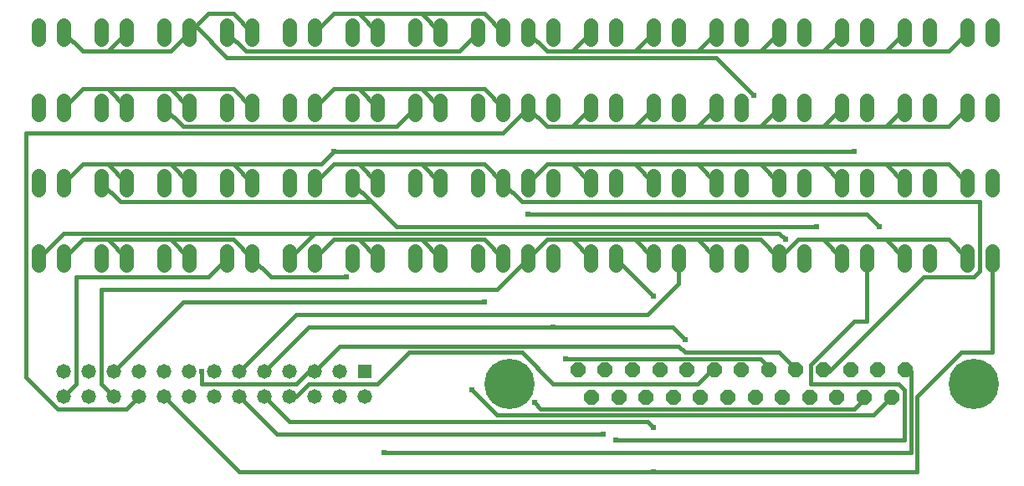
<source format=gbl>
G75*
%MOIN*%
%OFA0B0*%
%FSLAX25Y25*%
%IPPOS*%
%LPD*%
%AMOC8*
5,1,8,0,0,1.08239X$1,22.5*
%
%ADD10C,0.05600*%
%ADD11OC8,0.06000*%
%ADD12C,0.20000*%
%ADD13R,0.05800X0.05800*%
%ADD14C,0.05800*%
%ADD15C,0.01500*%
%ADD16C,0.02400*%
D10*
X0011800Y0119000D02*
X0011800Y0124600D01*
X0021800Y0124600D02*
X0021800Y0119000D01*
X0036800Y0119000D02*
X0036800Y0124600D01*
X0046800Y0124600D02*
X0046800Y0119000D01*
X0061800Y0119000D02*
X0061800Y0124600D01*
X0071800Y0124600D02*
X0071800Y0119000D01*
X0086800Y0119000D02*
X0086800Y0124600D01*
X0096800Y0124600D02*
X0096800Y0119000D01*
X0111800Y0119000D02*
X0111800Y0124600D01*
X0121800Y0124600D02*
X0121800Y0119000D01*
X0136800Y0119000D02*
X0136800Y0124600D01*
X0146800Y0124600D02*
X0146800Y0119000D01*
X0161800Y0119000D02*
X0161800Y0124600D01*
X0171800Y0124600D02*
X0171800Y0119000D01*
X0186800Y0119000D02*
X0186800Y0124600D01*
X0196800Y0124600D02*
X0196800Y0119000D01*
X0206800Y0119000D02*
X0206800Y0124600D01*
X0216800Y0124600D02*
X0216800Y0119000D01*
X0231800Y0119000D02*
X0231800Y0124600D01*
X0241800Y0124600D02*
X0241800Y0119000D01*
X0256800Y0119000D02*
X0256800Y0124600D01*
X0266800Y0124600D02*
X0266800Y0119000D01*
X0281800Y0119000D02*
X0281800Y0124600D01*
X0291800Y0124600D02*
X0291800Y0119000D01*
X0306800Y0119000D02*
X0306800Y0124600D01*
X0316800Y0124600D02*
X0316800Y0119000D01*
X0331800Y0119000D02*
X0331800Y0124600D01*
X0341800Y0124600D02*
X0341800Y0119000D01*
X0356800Y0119000D02*
X0356800Y0124600D01*
X0366800Y0124600D02*
X0366800Y0119000D01*
X0381800Y0119000D02*
X0381800Y0124600D01*
X0391800Y0124600D02*
X0391800Y0119000D01*
X0391800Y0149000D02*
X0391800Y0154600D01*
X0381800Y0154600D02*
X0381800Y0149000D01*
X0366800Y0149000D02*
X0366800Y0154600D01*
X0356800Y0154600D02*
X0356800Y0149000D01*
X0341800Y0149000D02*
X0341800Y0154600D01*
X0331800Y0154600D02*
X0331800Y0149000D01*
X0316800Y0149000D02*
X0316800Y0154600D01*
X0306800Y0154600D02*
X0306800Y0149000D01*
X0291800Y0149000D02*
X0291800Y0154600D01*
X0281800Y0154600D02*
X0281800Y0149000D01*
X0266800Y0149000D02*
X0266800Y0154600D01*
X0256800Y0154600D02*
X0256800Y0149000D01*
X0241800Y0149000D02*
X0241800Y0154600D01*
X0231800Y0154600D02*
X0231800Y0149000D01*
X0216800Y0149000D02*
X0216800Y0154600D01*
X0206800Y0154600D02*
X0206800Y0149000D01*
X0196800Y0149000D02*
X0196800Y0154600D01*
X0186800Y0154600D02*
X0186800Y0149000D01*
X0171800Y0149000D02*
X0171800Y0154600D01*
X0161800Y0154600D02*
X0161800Y0149000D01*
X0146800Y0149000D02*
X0146800Y0154600D01*
X0136800Y0154600D02*
X0136800Y0149000D01*
X0121800Y0149000D02*
X0121800Y0154600D01*
X0111800Y0154600D02*
X0111800Y0149000D01*
X0096800Y0149000D02*
X0096800Y0154600D01*
X0086800Y0154600D02*
X0086800Y0149000D01*
X0071800Y0149000D02*
X0071800Y0154600D01*
X0061800Y0154600D02*
X0061800Y0149000D01*
X0046800Y0149000D02*
X0046800Y0154600D01*
X0036800Y0154600D02*
X0036800Y0149000D01*
X0021800Y0149000D02*
X0021800Y0154600D01*
X0011800Y0154600D02*
X0011800Y0149000D01*
X0011800Y0179000D02*
X0011800Y0184600D01*
X0021800Y0184600D02*
X0021800Y0179000D01*
X0036800Y0179000D02*
X0036800Y0184600D01*
X0046800Y0184600D02*
X0046800Y0179000D01*
X0061800Y0179000D02*
X0061800Y0184600D01*
X0071800Y0184600D02*
X0071800Y0179000D01*
X0086800Y0179000D02*
X0086800Y0184600D01*
X0096800Y0184600D02*
X0096800Y0179000D01*
X0111800Y0179000D02*
X0111800Y0184600D01*
X0121800Y0184600D02*
X0121800Y0179000D01*
X0136800Y0179000D02*
X0136800Y0184600D01*
X0146800Y0184600D02*
X0146800Y0179000D01*
X0161800Y0179000D02*
X0161800Y0184600D01*
X0171800Y0184600D02*
X0171800Y0179000D01*
X0186800Y0179000D02*
X0186800Y0184600D01*
X0196800Y0184600D02*
X0196800Y0179000D01*
X0206800Y0179000D02*
X0206800Y0184600D01*
X0216800Y0184600D02*
X0216800Y0179000D01*
X0231800Y0179000D02*
X0231800Y0184600D01*
X0241800Y0184600D02*
X0241800Y0179000D01*
X0256800Y0179000D02*
X0256800Y0184600D01*
X0266800Y0184600D02*
X0266800Y0179000D01*
X0281800Y0179000D02*
X0281800Y0184600D01*
X0291800Y0184600D02*
X0291800Y0179000D01*
X0306800Y0179000D02*
X0306800Y0184600D01*
X0316800Y0184600D02*
X0316800Y0179000D01*
X0331800Y0179000D02*
X0331800Y0184600D01*
X0341800Y0184600D02*
X0341800Y0179000D01*
X0356800Y0179000D02*
X0356800Y0184600D01*
X0366800Y0184600D02*
X0366800Y0179000D01*
X0381800Y0179000D02*
X0381800Y0184600D01*
X0391800Y0184600D02*
X0391800Y0179000D01*
X0391800Y0209000D02*
X0391800Y0214600D01*
X0381800Y0214600D02*
X0381800Y0209000D01*
X0366800Y0209000D02*
X0366800Y0214600D01*
X0356800Y0214600D02*
X0356800Y0209000D01*
X0341800Y0209000D02*
X0341800Y0214600D01*
X0331800Y0214600D02*
X0331800Y0209000D01*
X0316800Y0209000D02*
X0316800Y0214600D01*
X0306800Y0214600D02*
X0306800Y0209000D01*
X0291800Y0209000D02*
X0291800Y0214600D01*
X0281800Y0214600D02*
X0281800Y0209000D01*
X0266800Y0209000D02*
X0266800Y0214600D01*
X0256800Y0214600D02*
X0256800Y0209000D01*
X0241800Y0209000D02*
X0241800Y0214600D01*
X0231800Y0214600D02*
X0231800Y0209000D01*
X0216800Y0209000D02*
X0216800Y0214600D01*
X0206800Y0214600D02*
X0206800Y0209000D01*
X0196800Y0209000D02*
X0196800Y0214600D01*
X0186800Y0214600D02*
X0186800Y0209000D01*
X0171800Y0209000D02*
X0171800Y0214600D01*
X0161800Y0214600D02*
X0161800Y0209000D01*
X0146800Y0209000D02*
X0146800Y0214600D01*
X0136800Y0214600D02*
X0136800Y0209000D01*
X0121800Y0209000D02*
X0121800Y0214600D01*
X0111800Y0214600D02*
X0111800Y0209000D01*
X0096800Y0209000D02*
X0096800Y0214600D01*
X0086800Y0214600D02*
X0086800Y0209000D01*
X0071800Y0209000D02*
X0071800Y0214600D01*
X0061800Y0214600D02*
X0061800Y0209000D01*
X0046800Y0209000D02*
X0046800Y0214600D01*
X0036800Y0214600D02*
X0036800Y0209000D01*
X0021800Y0209000D02*
X0021800Y0214600D01*
X0011800Y0214600D02*
X0011800Y0209000D01*
D11*
X0226600Y0077400D03*
X0237500Y0077400D03*
X0248300Y0077400D03*
X0259200Y0077400D03*
X0270100Y0077400D03*
X0280900Y0077400D03*
X0291800Y0077400D03*
X0302700Y0077400D03*
X0313500Y0077400D03*
X0324400Y0077400D03*
X0335300Y0077400D03*
X0346100Y0077400D03*
X0357000Y0077400D03*
X0351600Y0066200D03*
X0340700Y0066200D03*
X0329800Y0066200D03*
X0319000Y0066200D03*
X0308100Y0066200D03*
X0297200Y0066200D03*
X0286400Y0066200D03*
X0275500Y0066200D03*
X0264600Y0066200D03*
X0253800Y0066200D03*
X0242900Y0066200D03*
X0232000Y0066200D03*
D12*
X0199200Y0071800D03*
X0384400Y0071800D03*
D13*
X0141800Y0076800D03*
D14*
X0131800Y0076800D03*
X0121800Y0076800D03*
X0111800Y0076800D03*
X0101800Y0076800D03*
X0091800Y0076800D03*
X0081800Y0076800D03*
X0071800Y0076800D03*
X0061800Y0076800D03*
X0051800Y0076800D03*
X0041800Y0076800D03*
X0031800Y0076800D03*
X0021800Y0076800D03*
X0021800Y0066800D03*
X0031800Y0066800D03*
X0041800Y0066800D03*
X0051800Y0066800D03*
X0061800Y0066800D03*
X0071800Y0066800D03*
X0081800Y0066800D03*
X0091800Y0066800D03*
X0101800Y0066800D03*
X0111800Y0066800D03*
X0121800Y0066800D03*
X0131800Y0066800D03*
X0141800Y0066800D03*
D15*
X0019300Y0061800D02*
X0006800Y0074300D01*
X0006800Y0171800D01*
X0196800Y0171800D01*
X0206800Y0181800D01*
X0214300Y0174300D01*
X0224300Y0174300D01*
X0249300Y0174300D01*
X0274300Y0174300D01*
X0299300Y0174300D01*
X0324300Y0174300D01*
X0349300Y0174300D01*
X0374300Y0174300D01*
X0381800Y0181800D01*
X0356800Y0181800D02*
X0349300Y0174300D01*
X0336800Y0164300D02*
X0129300Y0164300D01*
X0124300Y0159300D01*
X0089300Y0159300D01*
X0064300Y0159300D01*
X0039300Y0159300D01*
X0046800Y0151800D01*
X0044300Y0144300D02*
X0036800Y0151800D01*
X0039300Y0159300D02*
X0029300Y0159300D01*
X0021800Y0151800D01*
X0044300Y0144300D02*
X0144300Y0144300D01*
X0154300Y0134300D01*
X0321800Y0134300D01*
X0324300Y0129300D02*
X0314300Y0129300D01*
X0306800Y0121800D01*
X0299300Y0129300D01*
X0274300Y0129300D01*
X0249300Y0129300D01*
X0224300Y0129300D01*
X0231800Y0121800D01*
X0241800Y0121800D02*
X0256800Y0106800D01*
X0254300Y0099300D02*
X0266800Y0111800D01*
X0266800Y0121800D01*
X0256800Y0121800D02*
X0249300Y0129300D01*
X0224300Y0129300D02*
X0214300Y0129300D01*
X0206800Y0121800D01*
X0194300Y0109300D01*
X0036800Y0109300D01*
X0036800Y0071800D01*
X0041800Y0066800D01*
X0046800Y0061800D02*
X0019300Y0061800D01*
X0021800Y0066800D02*
X0026800Y0071800D01*
X0026800Y0114300D01*
X0079300Y0114300D01*
X0086800Y0121800D01*
X0089300Y0129300D02*
X0096800Y0121800D01*
X0104300Y0114300D01*
X0134300Y0114300D01*
X0121800Y0121800D02*
X0129300Y0129300D01*
X0139300Y0129300D01*
X0164300Y0129300D01*
X0189300Y0129300D01*
X0196800Y0121800D01*
X0189300Y0104300D02*
X0069300Y0104300D01*
X0041800Y0076800D01*
X0051800Y0066800D02*
X0046800Y0061800D01*
X0061800Y0066800D02*
X0091800Y0036800D01*
X0256800Y0036800D01*
X0361800Y0036800D01*
X0361800Y0066800D01*
X0379300Y0084300D01*
X0391800Y0084300D01*
X0391800Y0121800D01*
X0386800Y0116800D02*
X0386800Y0144300D01*
X0204300Y0144300D01*
X0196800Y0151800D01*
X0189300Y0159300D01*
X0164300Y0159300D01*
X0139300Y0159300D01*
X0146800Y0151800D01*
X0144300Y0144300D02*
X0136800Y0151800D01*
X0139300Y0159300D02*
X0129300Y0159300D01*
X0121800Y0151800D01*
X0121800Y0131800D02*
X0021800Y0131800D01*
X0011800Y0121800D01*
X0021800Y0121800D02*
X0029300Y0129300D01*
X0039300Y0129300D01*
X0064300Y0129300D01*
X0089300Y0129300D01*
X0071800Y0121800D02*
X0064300Y0129300D01*
X0046800Y0121800D02*
X0039300Y0129300D01*
X0064300Y0159300D02*
X0071800Y0151800D01*
X0089300Y0159300D02*
X0096800Y0151800D01*
X0121800Y0131800D02*
X0111800Y0121800D01*
X0121800Y0131800D02*
X0306800Y0131800D01*
X0309300Y0129300D01*
X0324300Y0129300D02*
X0349300Y0129300D01*
X0374300Y0129300D01*
X0381800Y0121800D01*
X0386800Y0116800D02*
X0384300Y0114300D01*
X0364300Y0114300D01*
X0326800Y0076800D01*
X0324400Y0077400D01*
X0319300Y0079300D02*
X0319300Y0071800D01*
X0354300Y0071800D01*
X0356800Y0069300D01*
X0356800Y0049300D01*
X0241800Y0049300D01*
X0236800Y0051800D02*
X0106800Y0051800D01*
X0091800Y0066800D01*
X0101800Y0066800D02*
X0111800Y0056800D01*
X0254300Y0056800D01*
X0256800Y0054300D01*
X0274300Y0071800D02*
X0216800Y0071800D01*
X0204300Y0084300D01*
X0159300Y0084300D01*
X0146800Y0071800D01*
X0119300Y0071800D01*
X0114300Y0066800D01*
X0111800Y0066800D01*
X0114300Y0071800D02*
X0119300Y0076800D01*
X0121800Y0076800D01*
X0131800Y0086800D01*
X0266800Y0086800D01*
X0269300Y0084300D01*
X0306800Y0084300D01*
X0311800Y0079300D01*
X0313500Y0077400D01*
X0319300Y0079300D02*
X0336800Y0096800D01*
X0341800Y0096800D01*
X0341800Y0121800D01*
X0331800Y0121800D02*
X0324300Y0129300D01*
X0341800Y0139300D02*
X0206800Y0139300D01*
X0206800Y0151800D02*
X0214300Y0159300D01*
X0224300Y0159300D01*
X0249300Y0159300D01*
X0274300Y0159300D01*
X0299300Y0159300D01*
X0324300Y0159300D01*
X0349300Y0159300D01*
X0374300Y0159300D01*
X0381800Y0151800D01*
X0356800Y0151800D02*
X0349300Y0159300D01*
X0331800Y0151800D02*
X0324300Y0159300D01*
X0306800Y0151800D02*
X0299300Y0159300D01*
X0299300Y0174300D02*
X0306800Y0181800D01*
X0296800Y0186800D02*
X0281800Y0201800D01*
X0086800Y0201800D01*
X0074300Y0214300D01*
X0071800Y0211800D01*
X0064300Y0204300D01*
X0039300Y0204300D01*
X0046800Y0211800D01*
X0039300Y0204300D02*
X0029300Y0204300D01*
X0021800Y0211800D01*
X0029300Y0189300D02*
X0039300Y0189300D01*
X0064300Y0189300D01*
X0089300Y0189300D01*
X0096800Y0181800D01*
X0071800Y0181800D02*
X0064300Y0189300D01*
X0061800Y0181800D02*
X0069300Y0174300D01*
X0154300Y0174300D01*
X0161800Y0181800D01*
X0164300Y0189300D02*
X0189300Y0189300D01*
X0196800Y0181800D01*
X0171800Y0181800D02*
X0164300Y0189300D01*
X0139300Y0189300D01*
X0146800Y0181800D01*
X0139300Y0189300D02*
X0129300Y0189300D01*
X0121800Y0181800D01*
X0094300Y0204300D02*
X0179300Y0204300D01*
X0186800Y0211800D01*
X0189300Y0219300D02*
X0164300Y0219300D01*
X0139300Y0219300D01*
X0146800Y0211800D01*
X0139300Y0219300D02*
X0129300Y0219300D01*
X0121800Y0211800D01*
X0096800Y0211800D02*
X0089300Y0219300D01*
X0079300Y0219300D01*
X0074300Y0214300D01*
X0086800Y0211800D02*
X0094300Y0204300D01*
X0046800Y0181800D02*
X0039300Y0189300D01*
X0029300Y0189300D02*
X0021800Y0181800D01*
X0139300Y0129300D02*
X0146800Y0121800D01*
X0164300Y0129300D02*
X0171800Y0121800D01*
X0171800Y0151800D02*
X0164300Y0159300D01*
X0224300Y0159300D02*
X0231800Y0151800D01*
X0249300Y0159300D02*
X0256800Y0151800D01*
X0274300Y0159300D02*
X0281800Y0151800D01*
X0274300Y0129300D02*
X0281800Y0121800D01*
X0254300Y0099300D02*
X0114300Y0099300D01*
X0091800Y0076800D01*
X0101800Y0076800D02*
X0119300Y0094300D01*
X0216800Y0094300D01*
X0264300Y0094300D01*
X0269300Y0089300D01*
X0279300Y0076800D02*
X0280900Y0077400D01*
X0279300Y0076800D02*
X0274300Y0071800D01*
X0299300Y0081800D02*
X0301800Y0079300D01*
X0302700Y0077400D01*
X0299300Y0081800D02*
X0221800Y0081800D01*
X0209300Y0064300D02*
X0211800Y0061800D01*
X0336800Y0061800D01*
X0339300Y0064300D01*
X0340700Y0066200D01*
X0344300Y0059300D02*
X0194300Y0059300D01*
X0184300Y0069300D01*
X0149300Y0044300D02*
X0359300Y0044300D01*
X0359300Y0076800D01*
X0357000Y0077400D01*
X0351600Y0066200D02*
X0349300Y0064300D01*
X0344300Y0059300D01*
X0356800Y0121800D02*
X0349300Y0129300D01*
X0346800Y0134300D02*
X0341800Y0139300D01*
X0324300Y0174300D02*
X0331800Y0181800D01*
X0324300Y0204300D02*
X0299300Y0204300D01*
X0274300Y0204300D01*
X0249300Y0204300D01*
X0224300Y0204300D01*
X0231800Y0211800D01*
X0224300Y0204300D02*
X0214300Y0204300D01*
X0206800Y0211800D01*
X0196800Y0211800D02*
X0189300Y0219300D01*
X0171800Y0211800D02*
X0164300Y0219300D01*
X0224300Y0174300D02*
X0231800Y0181800D01*
X0249300Y0174300D02*
X0256800Y0181800D01*
X0274300Y0174300D02*
X0281800Y0181800D01*
X0274300Y0204300D02*
X0281800Y0211800D01*
X0299300Y0204300D02*
X0306800Y0211800D01*
X0324300Y0204300D02*
X0349300Y0204300D01*
X0374300Y0204300D01*
X0381800Y0211800D01*
X0356800Y0211800D02*
X0349300Y0204300D01*
X0331800Y0211800D02*
X0324300Y0204300D01*
X0256800Y0211800D02*
X0249300Y0204300D01*
X0076800Y0076800D02*
X0076800Y0071800D01*
X0114300Y0071800D01*
D16*
X0076800Y0076800D03*
X0134300Y0114300D03*
X0189300Y0104300D03*
X0216800Y0094300D03*
X0221800Y0081800D03*
X0209300Y0064300D03*
X0184300Y0069300D03*
X0149300Y0044300D03*
X0236800Y0051800D03*
X0241800Y0049300D03*
X0256800Y0054300D03*
X0256800Y0036800D03*
X0269300Y0089300D03*
X0256800Y0106800D03*
X0206800Y0139300D03*
X0129300Y0164300D03*
X0296800Y0186800D03*
X0336800Y0164300D03*
X0346800Y0134300D03*
X0321800Y0134300D03*
X0309300Y0129300D03*
M02*

</source>
